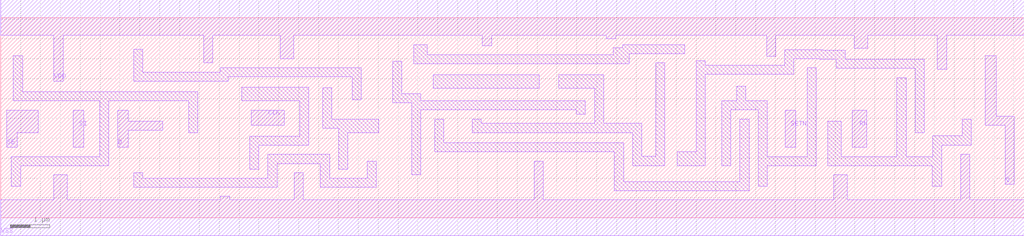
<source format=lef>
# Copyright 2022 GlobalFoundries PDK Authors
#
# Licensed under the Apache License, Version 2.0 (the "License");
# you may not use this file except in compliance with the License.
# You may obtain a copy of the License at
#
#      http://www.apache.org/licenses/LICENSE-2.0
#
# Unless required by applicable law or agreed to in writing, software
# distributed under the License is distributed on an "AS IS" BASIS,
# WITHOUT WARRANTIES OR CONDITIONS OF ANY KIND, either express or implied.
# See the License for the specific language governing permissions and
# limitations under the License.

MACRO gf180mcu_fd_sc_mcu9t5v0__sdffrsnq_1
  CLASS core ;
  FOREIGN gf180mcu_fd_sc_mcu9t5v0__sdffrsnq_1 0.0 0.0 ;
  ORIGIN 0 0 ;
  SYMMETRY X Y ;
  SITE GF018hv5v_green_sc9 ;
  SIZE 25.76 BY 5.04 ;
  PIN D
    DIRECTION INPUT ;
    ANTENNAGATEAREA 0.854 ;
    PORT
      LAYER Metal1 ;
        POLYGON 2.95 1.77 3.21 1.77 3.21 2.2 4.075 2.2 4.075 2.43 3.21 2.43 3.21 2.71 2.95 2.71  ;
    END
  END D
  PIN RN
    DIRECTION INPUT ;
    ANTENNAGATEAREA 1.898 ;
    PORT
      LAYER Metal1 ;
        POLYGON 21.43 1.77 21.795 1.77 21.795 2.71 21.43 2.71  ;
    END
  END RN
  PIN SE
    DIRECTION INPUT ;
    ANTENNAGATEAREA 1.708 ;
    PORT
      LAYER Metal1 ;
        POLYGON 0.15 1.77 0.41 1.77 0.41 2.145 0.94 2.145 0.94 2.71 0.15 2.71  ;
    END
  END SE
  PIN SETN
    DIRECTION INPUT ;
    ANTENNAGATEAREA 1.708 ;
    PORT
      LAYER Metal1 ;
        POLYGON 19.745 1.77 20.01 1.77 20.01 2.71 19.745 2.71  ;
    END
  END SETN
  PIN SI
    DIRECTION INPUT ;
    ANTENNAGATEAREA 0.854 ;
    PORT
      LAYER Metal1 ;
        POLYGON 1.83 1.77 2.09 1.77 2.09 2.71 1.83 2.71  ;
    END
  END SI
  PIN CLK
    DIRECTION INPUT ;
    USE clock ;
    ANTENNAGATEAREA 1.164 ;
    PORT
      LAYER Metal1 ;
        POLYGON 6.31 2.33 7.13 2.33 7.13 2.71 6.31 2.71  ;
    END
  END CLK
  PIN Q
    DIRECTION OUTPUT ;
    ANTENNADIFFAREA 1.386 ;
    PORT
      LAYER Metal1 ;
        POLYGON 24.775 2.33 25.285 2.33 25.285 0.845 25.515 0.845 25.515 2.56 25.05 2.56 25.05 4.075 24.775 4.075  ;
    END
  END Q
  PIN VDD
    DIRECTION INOUT ;
    USE power ;
    SHAPE ABUTMENT ;
    PORT
      LAYER Metal1 ;
        POLYGON 0 4.59 1.34 4.59 1.34 3.435 1.57 3.435 1.57 4.59 5.11 4.59 5.11 3.905 5.34 3.905 5.34 4.59 7.03 4.59 7.03 4.005 7.37 4.005 7.37 4.59 9.075 4.59 9.515 4.59 12.125 4.59 12.125 4.33 12.355 4.33 12.355 4.59 15.245 4.59 15.245 4.505 15.475 4.505 15.475 4.59 17.21 4.59 19.275 4.59 19.275 4.07 19.505 4.07 19.505 4.59 21.48 4.59 21.48 4.265 21.82 4.265 21.82 4.59 23.245 4.59 23.575 4.59 23.575 3.74 23.805 3.74 23.805 4.59 24.425 4.59 25.76 4.59 25.76 5.49 24.425 5.49 23.245 5.49 17.21 5.49 9.515 5.49 9.075 5.49 0 5.49  ;
    END
  END VDD
  PIN VSS
    DIRECTION INOUT ;
    USE ground ;
    SHAPE ABUTMENT ;
    PORT
      LAYER Metal1 ;
        POLYGON 0 -0.45 25.76 -0.45 25.76 0.45 24.395 0.45 24.395 1.6 24.165 1.6 24.165 0.45 21.31 0.45 21.31 1.08 20.97 1.08 20.97 0.45 13.655 0.45 13.655 1.425 13.425 1.425 13.425 0.45 7.615 0.45 7.615 1.135 7.385 1.135 7.385 0.45 5.76 0.45 5.76 0.535 5.53 0.535 5.53 0.45 1.675 0.45 1.675 1.08 1.335 1.08 1.335 0.45 0 0.45  ;
    END
  END VSS
  OBS
      LAYER Metal1 ;
        POLYGON 0.32 2.94 2.49 2.94 2.49 1.54 0.27 1.54 0.27 0.795 0.5 0.795 0.5 1.31 2.72 1.31 2.72 2.94 4.73 2.94 4.73 2.145 4.96 2.145 4.96 3.17 0.55 3.17 0.55 4.075 0.32 4.075  ;
        POLYGON 6.065 2.94 7.525 2.94 7.525 2.055 6.265 2.055 6.265 1.225 6.495 1.225 6.495 1.825 7.755 1.825 7.755 3.28 6.065 3.28  ;
        POLYGON 3.35 3.435 5.73 3.435 5.73 3.545 8.845 3.545 8.845 2.965 9.075 2.965 9.075 3.775 5.53 3.775 5.53 3.665 3.58 3.665 3.58 4.245 3.35 4.245  ;
        POLYGON 3.35 0.765 6.955 0.765 6.955 1.365 8.045 1.365 8.045 0.765 9.455 0.765 9.455 1.425 9.225 1.425 9.225 0.995 8.275 0.995 8.275 1.595 6.725 1.595 6.725 0.995 3.58 0.995 3.58 1.135 3.35 1.135  ;
        POLYGON 8.105 2.255 8.505 2.255 8.505 1.225 8.735 1.225 8.735 2.145 9.515 2.145 9.515 2.485 8.335 2.485 8.335 3.27 8.105 3.27  ;
        POLYGON 10.885 3.265 13.555 3.265 13.555 3.605 10.885 3.605  ;
        POLYGON 9.865 2.895 10.345 2.895 10.345 1.085 10.575 1.085 10.575 2.715 14.485 2.715 14.485 2.605 14.715 2.605 14.715 2.945 10.57 2.945 10.57 3.125 10.095 3.125 10.095 3.945 9.865 3.945  ;
        POLYGON 14.045 3.265 14.945 3.265 14.945 2.375 12.095 2.375 12.095 2.485 11.865 2.485 11.865 2.145 15.905 2.145 15.905 1.315 16.715 1.315 16.715 3.895 16.485 3.895 16.485 1.545 16.135 1.545 16.135 2.375 15.175 2.375 15.175 3.605 14.045 3.605  ;
        POLYGON 10.39 3.87 15.825 3.87 15.825 4.125 17.21 4.125 17.21 4.355 15.65 4.355 15.65 4.275 15.42 4.275 15.42 4.1 10.73 4.1 10.73 4.35 10.39 4.35  ;
        POLYGON 10.925 1.655 15.445 1.655 15.445 0.68 18.835 0.68 18.835 2.485 18.605 2.485 18.605 0.91 15.675 0.91 15.675 1.885 11.155 1.885 11.155 2.485 10.925 2.485  ;
        POLYGON 18.145 1.315 18.375 1.315 18.375 2.715 19.065 2.715 19.065 0.795 19.295 0.795 19.295 1.31 20.525 1.31 20.525 3.77 20.295 3.77 20.295 1.54 19.295 1.54 19.295 2.945 18.755 2.945 18.755 3.31 18.525 3.31 18.525 2.945 18.145 2.945  ;
        POLYGON 17.025 1.315 17.735 1.315 17.735 3.61 19.965 3.61 19.965 4 20.61 4 20.61 3.985 21.025 3.985 21.025 3.76 23.015 3.76 23.015 2.145 23.245 2.145 23.245 3.99 21.255 3.99 21.255 4.215 20.695 4.215 20.695 4.23 19.735 4.23 19.735 3.84 17.735 3.84 17.735 3.95 17.505 3.95 17.505 1.655 17.025 1.655  ;
        POLYGON 20.82 1.31 23.445 1.31 23.445 0.795 23.69 0.795 23.69 1.83 24.425 1.83 24.425 2.485 24.195 2.485 24.195 2.06 23.46 2.06 23.46 1.54 22.785 1.54 22.785 3.53 22.555 3.53 22.555 1.54 21.16 1.54 21.16 2.43 20.82 2.43  ;
  END
END gf180mcu_fd_sc_mcu9t5v0__sdffrsnq_1

</source>
